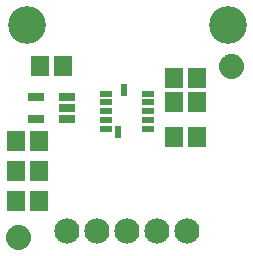
<source format=gbr>
G04 EAGLE Gerber RS-274X export*
G75*
%MOMM*%
%FSLAX34Y34*%
%LPD*%
%INSoldermask Top*%
%IPPOS*%
%AMOC8*
5,1,8,0,0,1.08239X$1,22.5*%
G01*
%ADD10R,1.008200X0.553200*%
%ADD11R,0.603200X1.008200*%
%ADD12R,1.503200X1.703200*%
%ADD13C,3.203200*%
%ADD14R,1.403200X0.753200*%
%ADD15C,2.133600*%

G36*
X204992Y154620D02*
X204992Y154620D01*
X205035Y154632D01*
X205101Y154639D01*
X206784Y155090D01*
X206825Y155109D01*
X206888Y155128D01*
X208468Y155865D01*
X208505Y155891D01*
X208564Y155920D01*
X209992Y156920D01*
X210023Y156952D01*
X210076Y156991D01*
X211309Y158224D01*
X211334Y158260D01*
X211380Y158308D01*
X212380Y159736D01*
X212398Y159777D01*
X212435Y159832D01*
X213172Y161412D01*
X213183Y161455D01*
X213210Y161516D01*
X213661Y163199D01*
X213663Y163231D01*
X213670Y163252D01*
X213670Y163267D01*
X213680Y163308D01*
X213832Y165045D01*
X213828Y165089D01*
X213832Y165155D01*
X213680Y166892D01*
X213668Y166935D01*
X213661Y167001D01*
X213210Y168684D01*
X213191Y168725D01*
X213172Y168788D01*
X212435Y170368D01*
X212409Y170405D01*
X212380Y170464D01*
X211380Y171892D01*
X211348Y171923D01*
X211309Y171976D01*
X210076Y173209D01*
X210040Y173234D01*
X209992Y173280D01*
X208564Y174280D01*
X208523Y174298D01*
X208468Y174335D01*
X206888Y175072D01*
X206845Y175083D01*
X206784Y175110D01*
X205101Y175561D01*
X205056Y175564D01*
X204992Y175580D01*
X203255Y175732D01*
X203211Y175728D01*
X203145Y175732D01*
X201408Y175580D01*
X201365Y175568D01*
X201299Y175561D01*
X199616Y175110D01*
X199575Y175091D01*
X199512Y175072D01*
X197932Y174335D01*
X197895Y174309D01*
X197836Y174280D01*
X196408Y173280D01*
X196377Y173248D01*
X196324Y173209D01*
X195091Y171976D01*
X195066Y171940D01*
X195020Y171892D01*
X194020Y170464D01*
X194002Y170423D01*
X193965Y170368D01*
X193228Y168788D01*
X193217Y168745D01*
X193190Y168684D01*
X192739Y167001D01*
X192736Y166956D01*
X192720Y166892D01*
X192568Y165155D01*
X192572Y165111D01*
X192568Y165045D01*
X192720Y163308D01*
X192732Y163265D01*
X192736Y163231D01*
X192736Y163215D01*
X192738Y163210D01*
X192739Y163199D01*
X193190Y161516D01*
X193209Y161475D01*
X193228Y161412D01*
X193965Y159832D01*
X193991Y159795D01*
X194020Y159736D01*
X195020Y158308D01*
X195052Y158277D01*
X195091Y158224D01*
X196324Y156991D01*
X196360Y156966D01*
X196408Y156920D01*
X197836Y155920D01*
X197877Y155902D01*
X197932Y155865D01*
X199512Y155128D01*
X199555Y155117D01*
X199616Y155090D01*
X201299Y154639D01*
X201344Y154636D01*
X201408Y154620D01*
X203145Y154468D01*
X203189Y154472D01*
X203255Y154468D01*
X204992Y154620D01*
G37*
G36*
X24652Y9840D02*
X24652Y9840D01*
X24695Y9852D01*
X24761Y9859D01*
X26444Y10310D01*
X26485Y10329D01*
X26548Y10348D01*
X28128Y11085D01*
X28165Y11111D01*
X28224Y11140D01*
X29652Y12140D01*
X29683Y12172D01*
X29736Y12211D01*
X30969Y13444D01*
X30994Y13480D01*
X31040Y13528D01*
X32040Y14956D01*
X32058Y14997D01*
X32095Y15052D01*
X32832Y16632D01*
X32843Y16675D01*
X32870Y16736D01*
X33321Y18419D01*
X33323Y18451D01*
X33330Y18472D01*
X33330Y18487D01*
X33340Y18528D01*
X33492Y20265D01*
X33488Y20309D01*
X33492Y20375D01*
X33340Y22112D01*
X33328Y22155D01*
X33321Y22221D01*
X32870Y23904D01*
X32851Y23945D01*
X32832Y24008D01*
X32095Y25588D01*
X32069Y25625D01*
X32040Y25684D01*
X31040Y27112D01*
X31008Y27143D01*
X30969Y27196D01*
X29736Y28429D01*
X29700Y28454D01*
X29652Y28500D01*
X28224Y29500D01*
X28183Y29518D01*
X28128Y29555D01*
X26548Y30292D01*
X26505Y30303D01*
X26444Y30330D01*
X24761Y30781D01*
X24716Y30784D01*
X24652Y30800D01*
X22915Y30952D01*
X22871Y30948D01*
X22805Y30952D01*
X21068Y30800D01*
X21025Y30788D01*
X20959Y30781D01*
X19276Y30330D01*
X19235Y30311D01*
X19172Y30292D01*
X17592Y29555D01*
X17555Y29529D01*
X17496Y29500D01*
X16068Y28500D01*
X16037Y28468D01*
X15984Y28429D01*
X14751Y27196D01*
X14726Y27160D01*
X14680Y27112D01*
X13680Y25684D01*
X13662Y25643D01*
X13625Y25588D01*
X12888Y24008D01*
X12877Y23965D01*
X12850Y23904D01*
X12399Y22221D01*
X12396Y22176D01*
X12380Y22112D01*
X12228Y20375D01*
X12232Y20331D01*
X12228Y20265D01*
X12380Y18528D01*
X12392Y18485D01*
X12396Y18451D01*
X12396Y18435D01*
X12398Y18430D01*
X12399Y18419D01*
X12850Y16736D01*
X12869Y16695D01*
X12888Y16632D01*
X13625Y15052D01*
X13651Y15015D01*
X13680Y14956D01*
X14680Y13528D01*
X14712Y13497D01*
X14751Y13444D01*
X15984Y12211D01*
X16020Y12186D01*
X16068Y12140D01*
X17496Y11140D01*
X17537Y11122D01*
X17592Y11085D01*
X19172Y10348D01*
X19215Y10337D01*
X19276Y10310D01*
X20959Y9859D01*
X21004Y9856D01*
X21068Y9840D01*
X22805Y9688D01*
X22849Y9692D01*
X22915Y9688D01*
X24652Y9840D01*
G37*
D10*
X96575Y142000D03*
X96575Y134500D03*
X96575Y127000D03*
X96575Y119500D03*
X96575Y112000D03*
X132025Y112000D03*
X132025Y119500D03*
X132025Y127000D03*
X132025Y134500D03*
X132025Y142000D03*
D11*
X107150Y109275D03*
X112300Y144725D03*
D12*
X154800Y104900D03*
X173800Y104900D03*
X40060Y50800D03*
X21060Y50800D03*
D13*
X30000Y200000D03*
X200000Y200000D03*
D14*
X63801Y120200D03*
X63801Y129700D03*
X63801Y139200D03*
X37799Y139200D03*
X37799Y120200D03*
D12*
X60300Y165100D03*
X41300Y165100D03*
X39900Y101600D03*
X20900Y101600D03*
X39900Y76200D03*
X20900Y76200D03*
D15*
X64200Y25400D03*
X89600Y25400D03*
X115000Y25400D03*
X140400Y25400D03*
X165800Y25400D03*
D12*
X154800Y155500D03*
X173800Y155500D03*
X154800Y135100D03*
X173800Y135100D03*
M02*

</source>
